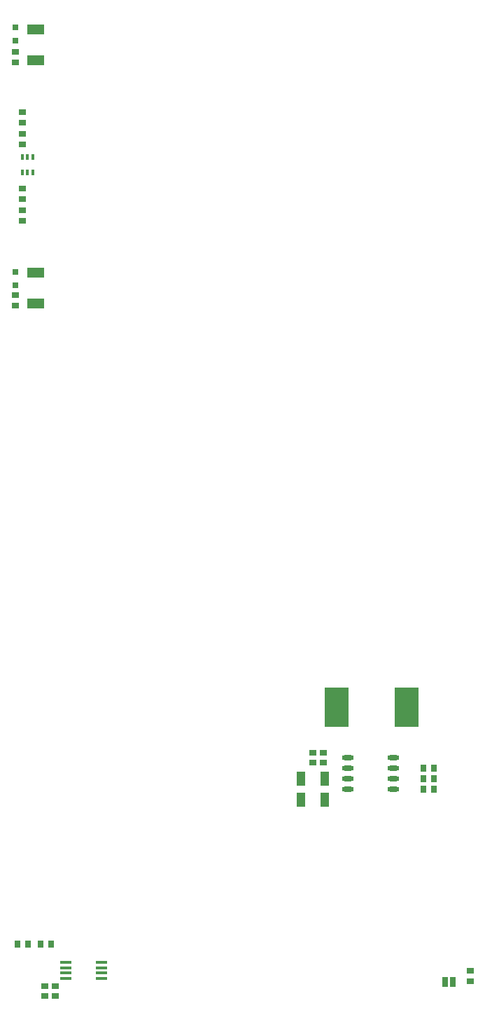
<source format=gtp>
G04*
G04 #@! TF.GenerationSoftware,Altium Limited,Altium Designer,18.0.11 (651)*
G04*
G04 Layer_Color=8421504*
%FSLAX25Y25*%
%MOIN*%
G70*
G01*
G75*
%ADD19R,0.03150X0.03543*%
%ADD20O,0.05709X0.02362*%
%ADD21R,0.03347X0.02756*%
%ADD22R,0.04134X0.06693*%
%ADD23R,0.05315X0.01575*%
%ADD24R,0.07874X0.04921*%
%ADD25R,0.03150X0.03150*%
%ADD26R,0.03543X0.03150*%
%ADD27R,0.02756X0.03347*%
%ADD28R,0.02500X0.05000*%
%ADD29R,0.11811X0.18504*%
%ADD30R,0.01598X0.02551*%
D19*
X59992Y-134986D02*
D03*
X55071D02*
D03*
X59992Y-139986D02*
D03*
X55071Y-139986D02*
D03*
X59992Y-144986D02*
D03*
X55071D02*
D03*
D20*
X40760Y-144986D02*
D03*
X40760Y-139986D02*
D03*
Y-134986D02*
D03*
X40760Y-129986D02*
D03*
X19304Y-144986D02*
D03*
X19304Y-139986D02*
D03*
Y-134986D02*
D03*
X19304Y-129986D02*
D03*
D21*
X7532Y-132447D02*
D03*
X7532Y-127526D02*
D03*
X2532Y-127526D02*
D03*
X2532Y-132447D02*
D03*
X-135813Y172139D02*
D03*
Y177060D02*
D03*
X-135710Y130315D02*
D03*
Y125394D02*
D03*
X-135813Y161804D02*
D03*
Y166726D02*
D03*
X-135710Y140650D02*
D03*
Y135728D02*
D03*
X-139344Y200748D02*
D03*
Y205670D02*
D03*
X-139344Y85099D02*
D03*
Y90020D02*
D03*
X77345Y-231399D02*
D03*
Y-236321D02*
D03*
D22*
X8142Y-149986D02*
D03*
X-3078D02*
D03*
X-3078Y-139986D02*
D03*
X8142D02*
D03*
D23*
X-98201Y-234956D02*
D03*
Y-232397D02*
D03*
Y-229838D02*
D03*
Y-227279D02*
D03*
X-115130Y-234956D02*
D03*
Y-232397D02*
D03*
Y-229838D02*
D03*
Y-227279D02*
D03*
D24*
X-129501Y100847D02*
D03*
Y86083D02*
D03*
Y216496D02*
D03*
Y201732D02*
D03*
D25*
X-139344Y210961D02*
D03*
Y217261D02*
D03*
X-139344Y94744D02*
D03*
Y101044D02*
D03*
D26*
X-120150Y-238521D02*
D03*
Y-243442D02*
D03*
X-125075Y-238521D02*
D03*
Y-243442D02*
D03*
D27*
X-127266Y-218470D02*
D03*
X-122345D02*
D03*
X-133334Y-218510D02*
D03*
X-138255D02*
D03*
D28*
X68992Y-236761D02*
D03*
X65448D02*
D03*
D29*
X47202Y-105869D02*
D03*
X13737D02*
D03*
D30*
X-130879Y155646D02*
D03*
X-133438D02*
D03*
X-135997D02*
D03*
X-130879Y148410D02*
D03*
X-133438D02*
D03*
X-135997D02*
D03*
M02*

</source>
